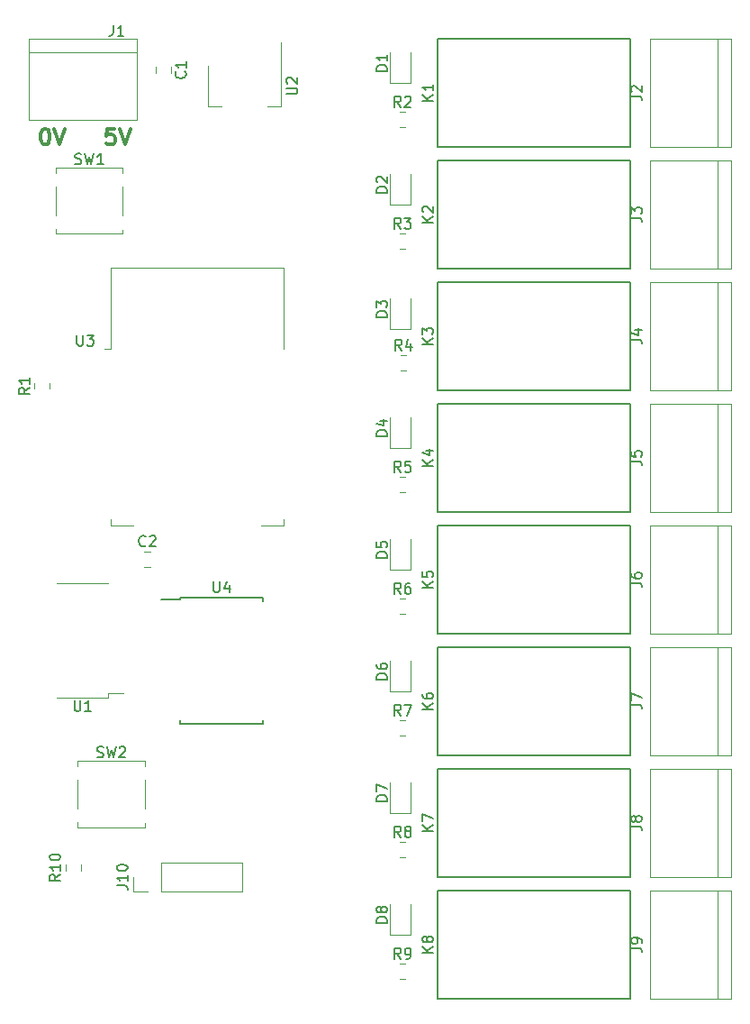
<source format=gbr>
G04 #@! TF.GenerationSoftware,KiCad,Pcbnew,5.0.0-fee4fd1~66~ubuntu16.04.1*
G04 #@! TF.CreationDate,2018-10-04T10:54:54+02:00*
G04 #@! TF.ProjectId,8Relays,3852656C6179732E6B696361645F7063,rev?*
G04 #@! TF.SameCoordinates,Original*
G04 #@! TF.FileFunction,Legend,Top*
G04 #@! TF.FilePolarity,Positive*
%FSLAX46Y46*%
G04 Gerber Fmt 4.6, Leading zero omitted, Abs format (unit mm)*
G04 Created by KiCad (PCBNEW 5.0.0-fee4fd1~66~ubuntu16.04.1) date Thu Oct  4 10:54:54 2018*
%MOMM*%
%LPD*%
G01*
G04 APERTURE LIST*
%ADD10C,0.300000*%
%ADD11C,0.150000*%
%ADD12C,0.120000*%
G04 APERTURE END LIST*
D10*
X134214285Y-54178571D02*
X134357142Y-54178571D01*
X134500000Y-54250000D01*
X134571428Y-54321428D01*
X134642857Y-54464285D01*
X134714285Y-54750000D01*
X134714285Y-55107142D01*
X134642857Y-55392857D01*
X134571428Y-55535714D01*
X134500000Y-55607142D01*
X134357142Y-55678571D01*
X134214285Y-55678571D01*
X134071428Y-55607142D01*
X134000000Y-55535714D01*
X133928571Y-55392857D01*
X133857142Y-55107142D01*
X133857142Y-54750000D01*
X133928571Y-54464285D01*
X134000000Y-54321428D01*
X134071428Y-54250000D01*
X134214285Y-54178571D01*
X135142857Y-54178571D02*
X135642857Y-55678571D01*
X136142857Y-54178571D01*
X140785714Y-54178571D02*
X140071428Y-54178571D01*
X140000000Y-54892857D01*
X140071428Y-54821428D01*
X140214285Y-54750000D01*
X140571428Y-54750000D01*
X140714285Y-54821428D01*
X140785714Y-54892857D01*
X140857142Y-55035714D01*
X140857142Y-55392857D01*
X140785714Y-55535714D01*
X140714285Y-55607142D01*
X140571428Y-55678571D01*
X140214285Y-55678571D01*
X140071428Y-55607142D01*
X140000000Y-55535714D01*
X141285714Y-54178571D02*
X141785714Y-55678571D01*
X142285714Y-54178571D01*
D11*
G04 #@! TO.C,K7*
X171140000Y-114280000D02*
X189340000Y-114280000D01*
X189340000Y-114280000D02*
X189340000Y-124480000D01*
X189340000Y-124480000D02*
X171140000Y-124480000D01*
X171140000Y-124480000D02*
X171140000Y-114280000D01*
D12*
G04 #@! TO.C,U1*
X140195000Y-107635000D02*
X140195000Y-107235000D01*
X140195000Y-107235000D02*
X141595000Y-107235000D01*
X140195000Y-107635000D02*
X135395000Y-107635000D01*
X140195000Y-96835000D02*
X135395000Y-96835000D01*
G04 #@! TO.C,D1*
X166680000Y-47015000D02*
X166680000Y-49875000D01*
X166680000Y-49875000D02*
X168600000Y-49875000D01*
X168600000Y-49875000D02*
X168600000Y-47015000D01*
G04 #@! TO.C,D2*
X168600000Y-61305000D02*
X168600000Y-58445000D01*
X166680000Y-61305000D02*
X168600000Y-61305000D01*
X166680000Y-58445000D02*
X166680000Y-61305000D01*
G04 #@! TO.C,D3*
X168600000Y-72980000D02*
X168600000Y-70120000D01*
X166680000Y-72980000D02*
X168600000Y-72980000D01*
X166680000Y-70120000D02*
X166680000Y-72980000D01*
G04 #@! TO.C,D4*
X166680000Y-81305000D02*
X166680000Y-84165000D01*
X166680000Y-84165000D02*
X168600000Y-84165000D01*
X168600000Y-84165000D02*
X168600000Y-81305000D01*
G04 #@! TO.C,D5*
X168600000Y-95595000D02*
X168600000Y-92735000D01*
X166680000Y-95595000D02*
X168600000Y-95595000D01*
X166680000Y-92735000D02*
X166680000Y-95595000D01*
G04 #@! TO.C,D6*
X166680000Y-104165000D02*
X166680000Y-107025000D01*
X166680000Y-107025000D02*
X168600000Y-107025000D01*
X168600000Y-107025000D02*
X168600000Y-104165000D01*
G04 #@! TO.C,D7*
X168600000Y-118455000D02*
X168600000Y-115595000D01*
X166680000Y-118455000D02*
X168600000Y-118455000D01*
X166680000Y-115595000D02*
X166680000Y-118455000D01*
G04 #@! TO.C,D8*
X166680000Y-127025000D02*
X166680000Y-129885000D01*
X166680000Y-129885000D02*
X168600000Y-129885000D01*
X168600000Y-129885000D02*
X168600000Y-127025000D01*
G04 #@! TO.C,J1*
X132715000Y-46990000D02*
X142875000Y-46990000D01*
X132715000Y-45720000D02*
X132715000Y-53340000D01*
X132715000Y-53340000D02*
X142875000Y-53340000D01*
X142875000Y-53340000D02*
X142875000Y-45720000D01*
X142875000Y-45720000D02*
X132715000Y-45720000D01*
G04 #@! TO.C,J2*
X197540000Y-45720000D02*
X197540000Y-55880000D01*
X198810000Y-45720000D02*
X191190000Y-45720000D01*
X191190000Y-45720000D02*
X191190000Y-55880000D01*
X191190000Y-55880000D02*
X198810000Y-55880000D01*
X198810000Y-55880000D02*
X198810000Y-45720000D01*
G04 #@! TO.C,J3*
X198810000Y-67310000D02*
X198810000Y-57150000D01*
X191190000Y-67310000D02*
X198810000Y-67310000D01*
X191190000Y-57150000D02*
X191190000Y-67310000D01*
X198810000Y-57150000D02*
X191190000Y-57150000D01*
X197540000Y-57150000D02*
X197540000Y-67310000D01*
G04 #@! TO.C,J4*
X197540000Y-68580000D02*
X197540000Y-78740000D01*
X198810000Y-68580000D02*
X191190000Y-68580000D01*
X191190000Y-68580000D02*
X191190000Y-78740000D01*
X191190000Y-78740000D02*
X198810000Y-78740000D01*
X198810000Y-78740000D02*
X198810000Y-68580000D01*
G04 #@! TO.C,J5*
X198810000Y-90170000D02*
X198810000Y-80010000D01*
X191190000Y-90170000D02*
X198810000Y-90170000D01*
X191190000Y-80010000D02*
X191190000Y-90170000D01*
X198810000Y-80010000D02*
X191190000Y-80010000D01*
X197540000Y-80010000D02*
X197540000Y-90170000D01*
G04 #@! TO.C,J6*
X197540000Y-91440000D02*
X197540000Y-101600000D01*
X198810000Y-91440000D02*
X191190000Y-91440000D01*
X191190000Y-91440000D02*
X191190000Y-101600000D01*
X191190000Y-101600000D02*
X198810000Y-101600000D01*
X198810000Y-101600000D02*
X198810000Y-91440000D01*
G04 #@! TO.C,J7*
X198810000Y-113030000D02*
X198810000Y-102870000D01*
X191190000Y-113030000D02*
X198810000Y-113030000D01*
X191190000Y-102870000D02*
X191190000Y-113030000D01*
X198810000Y-102870000D02*
X191190000Y-102870000D01*
X197540000Y-102870000D02*
X197540000Y-113030000D01*
G04 #@! TO.C,J8*
X197540000Y-114300000D02*
X197540000Y-124460000D01*
X198810000Y-114300000D02*
X191190000Y-114300000D01*
X191190000Y-114300000D02*
X191190000Y-124460000D01*
X191190000Y-124460000D02*
X198810000Y-124460000D01*
X198810000Y-124460000D02*
X198810000Y-114300000D01*
G04 #@! TO.C,J9*
X198810000Y-135890000D02*
X198810000Y-125730000D01*
X191190000Y-135890000D02*
X198810000Y-135890000D01*
X191190000Y-125730000D02*
X191190000Y-135890000D01*
X198810000Y-125730000D02*
X191190000Y-125730000D01*
X197540000Y-125730000D02*
X197540000Y-135890000D01*
D11*
G04 #@! TO.C,K1*
X171140000Y-55900000D02*
X171140000Y-45700000D01*
X189340000Y-55900000D02*
X171140000Y-55900000D01*
X189340000Y-45700000D02*
X189340000Y-55900000D01*
X171140000Y-45700000D02*
X189340000Y-45700000D01*
G04 #@! TO.C,K2*
X171140000Y-57130000D02*
X189340000Y-57130000D01*
X189340000Y-57130000D02*
X189340000Y-67330000D01*
X189340000Y-67330000D02*
X171140000Y-67330000D01*
X171140000Y-67330000D02*
X171140000Y-57130000D01*
G04 #@! TO.C,K3*
X171140000Y-78760000D02*
X171140000Y-68560000D01*
X189340000Y-78760000D02*
X171140000Y-78760000D01*
X189340000Y-68560000D02*
X189340000Y-78760000D01*
X171140000Y-68560000D02*
X189340000Y-68560000D01*
G04 #@! TO.C,K4*
X171140000Y-79990000D02*
X189340000Y-79990000D01*
X189340000Y-79990000D02*
X189340000Y-90190000D01*
X189340000Y-90190000D02*
X171140000Y-90190000D01*
X171140000Y-90190000D02*
X171140000Y-79990000D01*
G04 #@! TO.C,K5*
X171140000Y-91420000D02*
X189340000Y-91420000D01*
X189340000Y-91420000D02*
X189340000Y-101620000D01*
X189340000Y-101620000D02*
X171140000Y-101620000D01*
X171140000Y-101620000D02*
X171140000Y-91420000D01*
G04 #@! TO.C,K6*
X171140000Y-113050000D02*
X171140000Y-102850000D01*
X189340000Y-113050000D02*
X171140000Y-113050000D01*
X189340000Y-102850000D02*
X189340000Y-113050000D01*
X171140000Y-102850000D02*
X189340000Y-102850000D01*
G04 #@! TO.C,K8*
X171140000Y-135910000D02*
X171140000Y-125710000D01*
X189340000Y-135910000D02*
X171140000Y-135910000D01*
X189340000Y-125710000D02*
X189340000Y-135910000D01*
X171140000Y-125710000D02*
X189340000Y-125710000D01*
D12*
G04 #@! TO.C,R1*
X134695000Y-78611252D02*
X134695000Y-78088748D01*
X133275000Y-78611252D02*
X133275000Y-78088748D01*
G04 #@! TO.C,R2*
X167623748Y-54050000D02*
X168146252Y-54050000D01*
X167623748Y-52630000D02*
X168146252Y-52630000D01*
G04 #@! TO.C,R3*
X167623748Y-64060000D02*
X168146252Y-64060000D01*
X167623748Y-65480000D02*
X168146252Y-65480000D01*
G04 #@! TO.C,R4*
X167713748Y-75490000D02*
X168236252Y-75490000D01*
X167713748Y-76910000D02*
X168236252Y-76910000D01*
G04 #@! TO.C,R5*
X167623748Y-88340000D02*
X168146252Y-88340000D01*
X167623748Y-86920000D02*
X168146252Y-86920000D01*
G04 #@! TO.C,R6*
X167623748Y-98350000D02*
X168146252Y-98350000D01*
X167623748Y-99770000D02*
X168146252Y-99770000D01*
G04 #@! TO.C,R7*
X167623748Y-109780000D02*
X168146252Y-109780000D01*
X167623748Y-111200000D02*
X168146252Y-111200000D01*
G04 #@! TO.C,R8*
X167623748Y-122630000D02*
X168146252Y-122630000D01*
X167623748Y-121210000D02*
X168146252Y-121210000D01*
G04 #@! TO.C,R9*
X167623748Y-132640000D02*
X168146252Y-132640000D01*
X167623748Y-134060000D02*
X168146252Y-134060000D01*
G04 #@! TO.C,SW1*
X135280000Y-63610000D02*
X135280000Y-64060000D01*
X135280000Y-64060000D02*
X141580000Y-64060000D01*
X141580000Y-64060000D02*
X141580000Y-63660000D01*
X135280000Y-62310000D02*
X135280000Y-59610000D01*
X141580000Y-59610000D02*
X141580000Y-62310000D01*
X135280000Y-57860000D02*
X141580000Y-57860000D01*
X141580000Y-57860000D02*
X141580000Y-58310000D01*
X135280000Y-58310000D02*
X135280000Y-57860000D01*
G04 #@! TO.C,U2*
X149625000Y-52075000D02*
X150885000Y-52075000D01*
X156445000Y-52075000D02*
X155185000Y-52075000D01*
X149625000Y-48315000D02*
X149625000Y-52075000D01*
X156445000Y-46065000D02*
X156445000Y-52075000D01*
G04 #@! TO.C,U3*
X140470000Y-67255000D02*
X156710000Y-67255000D01*
X156710000Y-67255000D02*
X156710000Y-74875000D01*
X156710000Y-90875000D02*
X156710000Y-91495000D01*
X156710000Y-91495000D02*
X154590000Y-91495000D01*
X142590000Y-91495000D02*
X140470000Y-91495000D01*
X140470000Y-91495000D02*
X140470000Y-90875000D01*
X140470000Y-74875000D02*
X140470000Y-67255000D01*
X140470000Y-74875000D02*
X139860000Y-74875000D01*
D11*
G04 #@! TO.C,U4*
X147000000Y-98190000D02*
X147000000Y-98440000D01*
X154750000Y-98190000D02*
X154750000Y-98535000D01*
X154750000Y-110090000D02*
X154750000Y-109745000D01*
X147000000Y-110090000D02*
X147000000Y-109745000D01*
X147000000Y-98190000D02*
X154750000Y-98190000D01*
X147000000Y-110090000D02*
X154750000Y-110090000D01*
X147000000Y-98440000D02*
X145175000Y-98440000D01*
D12*
G04 #@! TO.C,C1*
X146125000Y-48388748D02*
X146125000Y-48911252D01*
X144705000Y-48388748D02*
X144705000Y-48911252D01*
G04 #@! TO.C,C2*
X143620748Y-95325000D02*
X144143252Y-95325000D01*
X143620748Y-93905000D02*
X144143252Y-93905000D01*
G04 #@! TO.C,J10*
X152841000Y-125790000D02*
X152841000Y-123130000D01*
X145161000Y-125790000D02*
X152841000Y-125790000D01*
X145161000Y-123130000D02*
X152841000Y-123130000D01*
X145161000Y-125790000D02*
X145161000Y-123130000D01*
X143891000Y-125790000D02*
X142561000Y-125790000D01*
X142561000Y-125790000D02*
X142561000Y-124460000D01*
G04 #@! TO.C,R10*
X136196000Y-123841252D02*
X136196000Y-123318748D01*
X137616000Y-123841252D02*
X137616000Y-123318748D01*
G04 #@! TO.C,SW2*
X137353000Y-119331000D02*
X137353000Y-119781000D01*
X137353000Y-119781000D02*
X143653000Y-119781000D01*
X143653000Y-119781000D02*
X143653000Y-119381000D01*
X137353000Y-118031000D02*
X137353000Y-115331000D01*
X143653000Y-115331000D02*
X143653000Y-118031000D01*
X137353000Y-113581000D02*
X143653000Y-113581000D01*
X143653000Y-113581000D02*
X143653000Y-114031000D01*
X137353000Y-114031000D02*
X137353000Y-113581000D01*
G04 #@! TO.C,K7*
D11*
X170759380Y-120118095D02*
X169759380Y-120118095D01*
X170759380Y-119546666D02*
X170187952Y-119975238D01*
X169759380Y-119546666D02*
X170330809Y-120118095D01*
X169759380Y-119213333D02*
X169759380Y-118546666D01*
X170759380Y-118975238D01*
G04 #@! TO.C,U1*
X137033095Y-107887380D02*
X137033095Y-108696904D01*
X137080714Y-108792142D01*
X137128333Y-108839761D01*
X137223571Y-108887380D01*
X137414047Y-108887380D01*
X137509285Y-108839761D01*
X137556904Y-108792142D01*
X137604523Y-108696904D01*
X137604523Y-107887380D01*
X138604523Y-108887380D02*
X138033095Y-108887380D01*
X138318809Y-108887380D02*
X138318809Y-107887380D01*
X138223571Y-108030238D01*
X138128333Y-108125476D01*
X138033095Y-108173095D01*
G04 #@! TO.C,D1*
X166442380Y-48753095D02*
X165442380Y-48753095D01*
X165442380Y-48515000D01*
X165490000Y-48372142D01*
X165585238Y-48276904D01*
X165680476Y-48229285D01*
X165870952Y-48181666D01*
X166013809Y-48181666D01*
X166204285Y-48229285D01*
X166299523Y-48276904D01*
X166394761Y-48372142D01*
X166442380Y-48515000D01*
X166442380Y-48753095D01*
X166442380Y-47229285D02*
X166442380Y-47800714D01*
X166442380Y-47515000D02*
X165442380Y-47515000D01*
X165585238Y-47610238D01*
X165680476Y-47705476D01*
X165728095Y-47800714D01*
G04 #@! TO.C,D2*
X166442380Y-60183095D02*
X165442380Y-60183095D01*
X165442380Y-59945000D01*
X165490000Y-59802142D01*
X165585238Y-59706904D01*
X165680476Y-59659285D01*
X165870952Y-59611666D01*
X166013809Y-59611666D01*
X166204285Y-59659285D01*
X166299523Y-59706904D01*
X166394761Y-59802142D01*
X166442380Y-59945000D01*
X166442380Y-60183095D01*
X165537619Y-59230714D02*
X165490000Y-59183095D01*
X165442380Y-59087857D01*
X165442380Y-58849761D01*
X165490000Y-58754523D01*
X165537619Y-58706904D01*
X165632857Y-58659285D01*
X165728095Y-58659285D01*
X165870952Y-58706904D01*
X166442380Y-59278333D01*
X166442380Y-58659285D01*
G04 #@! TO.C,D3*
X166442380Y-71858095D02*
X165442380Y-71858095D01*
X165442380Y-71620000D01*
X165490000Y-71477142D01*
X165585238Y-71381904D01*
X165680476Y-71334285D01*
X165870952Y-71286666D01*
X166013809Y-71286666D01*
X166204285Y-71334285D01*
X166299523Y-71381904D01*
X166394761Y-71477142D01*
X166442380Y-71620000D01*
X166442380Y-71858095D01*
X165442380Y-70953333D02*
X165442380Y-70334285D01*
X165823333Y-70667619D01*
X165823333Y-70524761D01*
X165870952Y-70429523D01*
X165918571Y-70381904D01*
X166013809Y-70334285D01*
X166251904Y-70334285D01*
X166347142Y-70381904D01*
X166394761Y-70429523D01*
X166442380Y-70524761D01*
X166442380Y-70810476D01*
X166394761Y-70905714D01*
X166347142Y-70953333D01*
G04 #@! TO.C,D4*
X166442380Y-83043095D02*
X165442380Y-83043095D01*
X165442380Y-82805000D01*
X165490000Y-82662142D01*
X165585238Y-82566904D01*
X165680476Y-82519285D01*
X165870952Y-82471666D01*
X166013809Y-82471666D01*
X166204285Y-82519285D01*
X166299523Y-82566904D01*
X166394761Y-82662142D01*
X166442380Y-82805000D01*
X166442380Y-83043095D01*
X165775714Y-81614523D02*
X166442380Y-81614523D01*
X165394761Y-81852619D02*
X166109047Y-82090714D01*
X166109047Y-81471666D01*
G04 #@! TO.C,D5*
X166442380Y-94473095D02*
X165442380Y-94473095D01*
X165442380Y-94235000D01*
X165490000Y-94092142D01*
X165585238Y-93996904D01*
X165680476Y-93949285D01*
X165870952Y-93901666D01*
X166013809Y-93901666D01*
X166204285Y-93949285D01*
X166299523Y-93996904D01*
X166394761Y-94092142D01*
X166442380Y-94235000D01*
X166442380Y-94473095D01*
X165442380Y-92996904D02*
X165442380Y-93473095D01*
X165918571Y-93520714D01*
X165870952Y-93473095D01*
X165823333Y-93377857D01*
X165823333Y-93139761D01*
X165870952Y-93044523D01*
X165918571Y-92996904D01*
X166013809Y-92949285D01*
X166251904Y-92949285D01*
X166347142Y-92996904D01*
X166394761Y-93044523D01*
X166442380Y-93139761D01*
X166442380Y-93377857D01*
X166394761Y-93473095D01*
X166347142Y-93520714D01*
G04 #@! TO.C,D6*
X166442380Y-105903095D02*
X165442380Y-105903095D01*
X165442380Y-105665000D01*
X165490000Y-105522142D01*
X165585238Y-105426904D01*
X165680476Y-105379285D01*
X165870952Y-105331666D01*
X166013809Y-105331666D01*
X166204285Y-105379285D01*
X166299523Y-105426904D01*
X166394761Y-105522142D01*
X166442380Y-105665000D01*
X166442380Y-105903095D01*
X165442380Y-104474523D02*
X165442380Y-104665000D01*
X165490000Y-104760238D01*
X165537619Y-104807857D01*
X165680476Y-104903095D01*
X165870952Y-104950714D01*
X166251904Y-104950714D01*
X166347142Y-104903095D01*
X166394761Y-104855476D01*
X166442380Y-104760238D01*
X166442380Y-104569761D01*
X166394761Y-104474523D01*
X166347142Y-104426904D01*
X166251904Y-104379285D01*
X166013809Y-104379285D01*
X165918571Y-104426904D01*
X165870952Y-104474523D01*
X165823333Y-104569761D01*
X165823333Y-104760238D01*
X165870952Y-104855476D01*
X165918571Y-104903095D01*
X166013809Y-104950714D01*
G04 #@! TO.C,D7*
X166442380Y-117333095D02*
X165442380Y-117333095D01*
X165442380Y-117095000D01*
X165490000Y-116952142D01*
X165585238Y-116856904D01*
X165680476Y-116809285D01*
X165870952Y-116761666D01*
X166013809Y-116761666D01*
X166204285Y-116809285D01*
X166299523Y-116856904D01*
X166394761Y-116952142D01*
X166442380Y-117095000D01*
X166442380Y-117333095D01*
X165442380Y-116428333D02*
X165442380Y-115761666D01*
X166442380Y-116190238D01*
G04 #@! TO.C,D8*
X166442380Y-128763095D02*
X165442380Y-128763095D01*
X165442380Y-128525000D01*
X165490000Y-128382142D01*
X165585238Y-128286904D01*
X165680476Y-128239285D01*
X165870952Y-128191666D01*
X166013809Y-128191666D01*
X166204285Y-128239285D01*
X166299523Y-128286904D01*
X166394761Y-128382142D01*
X166442380Y-128525000D01*
X166442380Y-128763095D01*
X165870952Y-127620238D02*
X165823333Y-127715476D01*
X165775714Y-127763095D01*
X165680476Y-127810714D01*
X165632857Y-127810714D01*
X165537619Y-127763095D01*
X165490000Y-127715476D01*
X165442380Y-127620238D01*
X165442380Y-127429761D01*
X165490000Y-127334523D01*
X165537619Y-127286904D01*
X165632857Y-127239285D01*
X165680476Y-127239285D01*
X165775714Y-127286904D01*
X165823333Y-127334523D01*
X165870952Y-127429761D01*
X165870952Y-127620238D01*
X165918571Y-127715476D01*
X165966190Y-127763095D01*
X166061428Y-127810714D01*
X166251904Y-127810714D01*
X166347142Y-127763095D01*
X166394761Y-127715476D01*
X166442380Y-127620238D01*
X166442380Y-127429761D01*
X166394761Y-127334523D01*
X166347142Y-127286904D01*
X166251904Y-127239285D01*
X166061428Y-127239285D01*
X165966190Y-127286904D01*
X165918571Y-127334523D01*
X165870952Y-127429761D01*
G04 #@! TO.C,J1*
X140666666Y-44452380D02*
X140666666Y-45166666D01*
X140619047Y-45309523D01*
X140523809Y-45404761D01*
X140380952Y-45452380D01*
X140285714Y-45452380D01*
X141666666Y-45452380D02*
X141095238Y-45452380D01*
X141380952Y-45452380D02*
X141380952Y-44452380D01*
X141285714Y-44595238D01*
X141190476Y-44690476D01*
X141095238Y-44738095D01*
G04 #@! TO.C,J2*
X189372380Y-51133333D02*
X190086666Y-51133333D01*
X190229523Y-51180952D01*
X190324761Y-51276190D01*
X190372380Y-51419047D01*
X190372380Y-51514285D01*
X189467619Y-50704761D02*
X189420000Y-50657142D01*
X189372380Y-50561904D01*
X189372380Y-50323809D01*
X189420000Y-50228571D01*
X189467619Y-50180952D01*
X189562857Y-50133333D01*
X189658095Y-50133333D01*
X189800952Y-50180952D01*
X190372380Y-50752380D01*
X190372380Y-50133333D01*
G04 #@! TO.C,J3*
X189372380Y-62563333D02*
X190086666Y-62563333D01*
X190229523Y-62610952D01*
X190324761Y-62706190D01*
X190372380Y-62849047D01*
X190372380Y-62944285D01*
X189372380Y-62182380D02*
X189372380Y-61563333D01*
X189753333Y-61896666D01*
X189753333Y-61753809D01*
X189800952Y-61658571D01*
X189848571Y-61610952D01*
X189943809Y-61563333D01*
X190181904Y-61563333D01*
X190277142Y-61610952D01*
X190324761Y-61658571D01*
X190372380Y-61753809D01*
X190372380Y-62039523D01*
X190324761Y-62134761D01*
X190277142Y-62182380D01*
G04 #@! TO.C,J4*
X189372380Y-73993333D02*
X190086666Y-73993333D01*
X190229523Y-74040952D01*
X190324761Y-74136190D01*
X190372380Y-74279047D01*
X190372380Y-74374285D01*
X189705714Y-73088571D02*
X190372380Y-73088571D01*
X189324761Y-73326666D02*
X190039047Y-73564761D01*
X190039047Y-72945714D01*
G04 #@! TO.C,J5*
X189372380Y-85423333D02*
X190086666Y-85423333D01*
X190229523Y-85470952D01*
X190324761Y-85566190D01*
X190372380Y-85709047D01*
X190372380Y-85804285D01*
X189372380Y-84470952D02*
X189372380Y-84947142D01*
X189848571Y-84994761D01*
X189800952Y-84947142D01*
X189753333Y-84851904D01*
X189753333Y-84613809D01*
X189800952Y-84518571D01*
X189848571Y-84470952D01*
X189943809Y-84423333D01*
X190181904Y-84423333D01*
X190277142Y-84470952D01*
X190324761Y-84518571D01*
X190372380Y-84613809D01*
X190372380Y-84851904D01*
X190324761Y-84947142D01*
X190277142Y-84994761D01*
G04 #@! TO.C,J6*
X189372380Y-96853333D02*
X190086666Y-96853333D01*
X190229523Y-96900952D01*
X190324761Y-96996190D01*
X190372380Y-97139047D01*
X190372380Y-97234285D01*
X189372380Y-95948571D02*
X189372380Y-96139047D01*
X189420000Y-96234285D01*
X189467619Y-96281904D01*
X189610476Y-96377142D01*
X189800952Y-96424761D01*
X190181904Y-96424761D01*
X190277142Y-96377142D01*
X190324761Y-96329523D01*
X190372380Y-96234285D01*
X190372380Y-96043809D01*
X190324761Y-95948571D01*
X190277142Y-95900952D01*
X190181904Y-95853333D01*
X189943809Y-95853333D01*
X189848571Y-95900952D01*
X189800952Y-95948571D01*
X189753333Y-96043809D01*
X189753333Y-96234285D01*
X189800952Y-96329523D01*
X189848571Y-96377142D01*
X189943809Y-96424761D01*
G04 #@! TO.C,J7*
X189372380Y-108283333D02*
X190086666Y-108283333D01*
X190229523Y-108330952D01*
X190324761Y-108426190D01*
X190372380Y-108569047D01*
X190372380Y-108664285D01*
X189372380Y-107902380D02*
X189372380Y-107235714D01*
X190372380Y-107664285D01*
G04 #@! TO.C,J8*
X189372380Y-119713333D02*
X190086666Y-119713333D01*
X190229523Y-119760952D01*
X190324761Y-119856190D01*
X190372380Y-119999047D01*
X190372380Y-120094285D01*
X189800952Y-119094285D02*
X189753333Y-119189523D01*
X189705714Y-119237142D01*
X189610476Y-119284761D01*
X189562857Y-119284761D01*
X189467619Y-119237142D01*
X189420000Y-119189523D01*
X189372380Y-119094285D01*
X189372380Y-118903809D01*
X189420000Y-118808571D01*
X189467619Y-118760952D01*
X189562857Y-118713333D01*
X189610476Y-118713333D01*
X189705714Y-118760952D01*
X189753333Y-118808571D01*
X189800952Y-118903809D01*
X189800952Y-119094285D01*
X189848571Y-119189523D01*
X189896190Y-119237142D01*
X189991428Y-119284761D01*
X190181904Y-119284761D01*
X190277142Y-119237142D01*
X190324761Y-119189523D01*
X190372380Y-119094285D01*
X190372380Y-118903809D01*
X190324761Y-118808571D01*
X190277142Y-118760952D01*
X190181904Y-118713333D01*
X189991428Y-118713333D01*
X189896190Y-118760952D01*
X189848571Y-118808571D01*
X189800952Y-118903809D01*
G04 #@! TO.C,J9*
X189372380Y-131143333D02*
X190086666Y-131143333D01*
X190229523Y-131190952D01*
X190324761Y-131286190D01*
X190372380Y-131429047D01*
X190372380Y-131524285D01*
X190372380Y-130619523D02*
X190372380Y-130429047D01*
X190324761Y-130333809D01*
X190277142Y-130286190D01*
X190134285Y-130190952D01*
X189943809Y-130143333D01*
X189562857Y-130143333D01*
X189467619Y-130190952D01*
X189420000Y-130238571D01*
X189372380Y-130333809D01*
X189372380Y-130524285D01*
X189420000Y-130619523D01*
X189467619Y-130667142D01*
X189562857Y-130714761D01*
X189800952Y-130714761D01*
X189896190Y-130667142D01*
X189943809Y-130619523D01*
X189991428Y-130524285D01*
X189991428Y-130333809D01*
X189943809Y-130238571D01*
X189896190Y-130190952D01*
X189800952Y-130143333D01*
G04 #@! TO.C,K1*
X170759380Y-51538095D02*
X169759380Y-51538095D01*
X170759380Y-50966666D02*
X170187952Y-51395238D01*
X169759380Y-50966666D02*
X170330809Y-51538095D01*
X170759380Y-50014285D02*
X170759380Y-50585714D01*
X170759380Y-50300000D02*
X169759380Y-50300000D01*
X169902238Y-50395238D01*
X169997476Y-50490476D01*
X170045095Y-50585714D01*
G04 #@! TO.C,K2*
X170759380Y-62968095D02*
X169759380Y-62968095D01*
X170759380Y-62396666D02*
X170187952Y-62825238D01*
X169759380Y-62396666D02*
X170330809Y-62968095D01*
X169854619Y-62015714D02*
X169807000Y-61968095D01*
X169759380Y-61872857D01*
X169759380Y-61634761D01*
X169807000Y-61539523D01*
X169854619Y-61491904D01*
X169949857Y-61444285D01*
X170045095Y-61444285D01*
X170187952Y-61491904D01*
X170759380Y-62063333D01*
X170759380Y-61444285D01*
G04 #@! TO.C,K3*
X170759380Y-74398095D02*
X169759380Y-74398095D01*
X170759380Y-73826666D02*
X170187952Y-74255238D01*
X169759380Y-73826666D02*
X170330809Y-74398095D01*
X169759380Y-73493333D02*
X169759380Y-72874285D01*
X170140333Y-73207619D01*
X170140333Y-73064761D01*
X170187952Y-72969523D01*
X170235571Y-72921904D01*
X170330809Y-72874285D01*
X170568904Y-72874285D01*
X170664142Y-72921904D01*
X170711761Y-72969523D01*
X170759380Y-73064761D01*
X170759380Y-73350476D01*
X170711761Y-73445714D01*
X170664142Y-73493333D01*
G04 #@! TO.C,K4*
X170759380Y-85828095D02*
X169759380Y-85828095D01*
X170759380Y-85256666D02*
X170187952Y-85685238D01*
X169759380Y-85256666D02*
X170330809Y-85828095D01*
X170092714Y-84399523D02*
X170759380Y-84399523D01*
X169711761Y-84637619D02*
X170426047Y-84875714D01*
X170426047Y-84256666D01*
G04 #@! TO.C,K5*
X170759380Y-97258095D02*
X169759380Y-97258095D01*
X170759380Y-96686666D02*
X170187952Y-97115238D01*
X169759380Y-96686666D02*
X170330809Y-97258095D01*
X169759380Y-95781904D02*
X169759380Y-96258095D01*
X170235571Y-96305714D01*
X170187952Y-96258095D01*
X170140333Y-96162857D01*
X170140333Y-95924761D01*
X170187952Y-95829523D01*
X170235571Y-95781904D01*
X170330809Y-95734285D01*
X170568904Y-95734285D01*
X170664142Y-95781904D01*
X170711761Y-95829523D01*
X170759380Y-95924761D01*
X170759380Y-96162857D01*
X170711761Y-96258095D01*
X170664142Y-96305714D01*
G04 #@! TO.C,K6*
X170759380Y-108688095D02*
X169759380Y-108688095D01*
X170759380Y-108116666D02*
X170187952Y-108545238D01*
X169759380Y-108116666D02*
X170330809Y-108688095D01*
X169759380Y-107259523D02*
X169759380Y-107450000D01*
X169807000Y-107545238D01*
X169854619Y-107592857D01*
X169997476Y-107688095D01*
X170187952Y-107735714D01*
X170568904Y-107735714D01*
X170664142Y-107688095D01*
X170711761Y-107640476D01*
X170759380Y-107545238D01*
X170759380Y-107354761D01*
X170711761Y-107259523D01*
X170664142Y-107211904D01*
X170568904Y-107164285D01*
X170330809Y-107164285D01*
X170235571Y-107211904D01*
X170187952Y-107259523D01*
X170140333Y-107354761D01*
X170140333Y-107545238D01*
X170187952Y-107640476D01*
X170235571Y-107688095D01*
X170330809Y-107735714D01*
G04 #@! TO.C,K8*
X170759380Y-131548095D02*
X169759380Y-131548095D01*
X170759380Y-130976666D02*
X170187952Y-131405238D01*
X169759380Y-130976666D02*
X170330809Y-131548095D01*
X170187952Y-130405238D02*
X170140333Y-130500476D01*
X170092714Y-130548095D01*
X169997476Y-130595714D01*
X169949857Y-130595714D01*
X169854619Y-130548095D01*
X169807000Y-130500476D01*
X169759380Y-130405238D01*
X169759380Y-130214761D01*
X169807000Y-130119523D01*
X169854619Y-130071904D01*
X169949857Y-130024285D01*
X169997476Y-130024285D01*
X170092714Y-130071904D01*
X170140333Y-130119523D01*
X170187952Y-130214761D01*
X170187952Y-130405238D01*
X170235571Y-130500476D01*
X170283190Y-130548095D01*
X170378428Y-130595714D01*
X170568904Y-130595714D01*
X170664142Y-130548095D01*
X170711761Y-130500476D01*
X170759380Y-130405238D01*
X170759380Y-130214761D01*
X170711761Y-130119523D01*
X170664142Y-130071904D01*
X170568904Y-130024285D01*
X170378428Y-130024285D01*
X170283190Y-130071904D01*
X170235571Y-130119523D01*
X170187952Y-130214761D01*
G04 #@! TO.C,R1*
X132787380Y-78516666D02*
X132311190Y-78850000D01*
X132787380Y-79088095D02*
X131787380Y-79088095D01*
X131787380Y-78707142D01*
X131835000Y-78611904D01*
X131882619Y-78564285D01*
X131977857Y-78516666D01*
X132120714Y-78516666D01*
X132215952Y-78564285D01*
X132263571Y-78611904D01*
X132311190Y-78707142D01*
X132311190Y-79088095D01*
X132787380Y-77564285D02*
X132787380Y-78135714D01*
X132787380Y-77850000D02*
X131787380Y-77850000D01*
X131930238Y-77945238D01*
X132025476Y-78040476D01*
X132073095Y-78135714D01*
G04 #@! TO.C,R2*
X167718333Y-52142380D02*
X167385000Y-51666190D01*
X167146904Y-52142380D02*
X167146904Y-51142380D01*
X167527857Y-51142380D01*
X167623095Y-51190000D01*
X167670714Y-51237619D01*
X167718333Y-51332857D01*
X167718333Y-51475714D01*
X167670714Y-51570952D01*
X167623095Y-51618571D01*
X167527857Y-51666190D01*
X167146904Y-51666190D01*
X168099285Y-51237619D02*
X168146904Y-51190000D01*
X168242142Y-51142380D01*
X168480238Y-51142380D01*
X168575476Y-51190000D01*
X168623095Y-51237619D01*
X168670714Y-51332857D01*
X168670714Y-51428095D01*
X168623095Y-51570952D01*
X168051666Y-52142380D01*
X168670714Y-52142380D01*
G04 #@! TO.C,R3*
X167718333Y-63572380D02*
X167385000Y-63096190D01*
X167146904Y-63572380D02*
X167146904Y-62572380D01*
X167527857Y-62572380D01*
X167623095Y-62620000D01*
X167670714Y-62667619D01*
X167718333Y-62762857D01*
X167718333Y-62905714D01*
X167670714Y-63000952D01*
X167623095Y-63048571D01*
X167527857Y-63096190D01*
X167146904Y-63096190D01*
X168051666Y-62572380D02*
X168670714Y-62572380D01*
X168337380Y-62953333D01*
X168480238Y-62953333D01*
X168575476Y-63000952D01*
X168623095Y-63048571D01*
X168670714Y-63143809D01*
X168670714Y-63381904D01*
X168623095Y-63477142D01*
X168575476Y-63524761D01*
X168480238Y-63572380D01*
X168194523Y-63572380D01*
X168099285Y-63524761D01*
X168051666Y-63477142D01*
G04 #@! TO.C,R4*
X167808333Y-75002380D02*
X167475000Y-74526190D01*
X167236904Y-75002380D02*
X167236904Y-74002380D01*
X167617857Y-74002380D01*
X167713095Y-74050000D01*
X167760714Y-74097619D01*
X167808333Y-74192857D01*
X167808333Y-74335714D01*
X167760714Y-74430952D01*
X167713095Y-74478571D01*
X167617857Y-74526190D01*
X167236904Y-74526190D01*
X168665476Y-74335714D02*
X168665476Y-75002380D01*
X168427380Y-73954761D02*
X168189285Y-74669047D01*
X168808333Y-74669047D01*
G04 #@! TO.C,R5*
X167718333Y-86432380D02*
X167385000Y-85956190D01*
X167146904Y-86432380D02*
X167146904Y-85432380D01*
X167527857Y-85432380D01*
X167623095Y-85480000D01*
X167670714Y-85527619D01*
X167718333Y-85622857D01*
X167718333Y-85765714D01*
X167670714Y-85860952D01*
X167623095Y-85908571D01*
X167527857Y-85956190D01*
X167146904Y-85956190D01*
X168623095Y-85432380D02*
X168146904Y-85432380D01*
X168099285Y-85908571D01*
X168146904Y-85860952D01*
X168242142Y-85813333D01*
X168480238Y-85813333D01*
X168575476Y-85860952D01*
X168623095Y-85908571D01*
X168670714Y-86003809D01*
X168670714Y-86241904D01*
X168623095Y-86337142D01*
X168575476Y-86384761D01*
X168480238Y-86432380D01*
X168242142Y-86432380D01*
X168146904Y-86384761D01*
X168099285Y-86337142D01*
G04 #@! TO.C,R6*
X167718333Y-97862380D02*
X167385000Y-97386190D01*
X167146904Y-97862380D02*
X167146904Y-96862380D01*
X167527857Y-96862380D01*
X167623095Y-96910000D01*
X167670714Y-96957619D01*
X167718333Y-97052857D01*
X167718333Y-97195714D01*
X167670714Y-97290952D01*
X167623095Y-97338571D01*
X167527857Y-97386190D01*
X167146904Y-97386190D01*
X168575476Y-96862380D02*
X168385000Y-96862380D01*
X168289761Y-96910000D01*
X168242142Y-96957619D01*
X168146904Y-97100476D01*
X168099285Y-97290952D01*
X168099285Y-97671904D01*
X168146904Y-97767142D01*
X168194523Y-97814761D01*
X168289761Y-97862380D01*
X168480238Y-97862380D01*
X168575476Y-97814761D01*
X168623095Y-97767142D01*
X168670714Y-97671904D01*
X168670714Y-97433809D01*
X168623095Y-97338571D01*
X168575476Y-97290952D01*
X168480238Y-97243333D01*
X168289761Y-97243333D01*
X168194523Y-97290952D01*
X168146904Y-97338571D01*
X168099285Y-97433809D01*
G04 #@! TO.C,R7*
X167718333Y-109292380D02*
X167385000Y-108816190D01*
X167146904Y-109292380D02*
X167146904Y-108292380D01*
X167527857Y-108292380D01*
X167623095Y-108340000D01*
X167670714Y-108387619D01*
X167718333Y-108482857D01*
X167718333Y-108625714D01*
X167670714Y-108720952D01*
X167623095Y-108768571D01*
X167527857Y-108816190D01*
X167146904Y-108816190D01*
X168051666Y-108292380D02*
X168718333Y-108292380D01*
X168289761Y-109292380D01*
G04 #@! TO.C,R8*
X167718333Y-120722380D02*
X167385000Y-120246190D01*
X167146904Y-120722380D02*
X167146904Y-119722380D01*
X167527857Y-119722380D01*
X167623095Y-119770000D01*
X167670714Y-119817619D01*
X167718333Y-119912857D01*
X167718333Y-120055714D01*
X167670714Y-120150952D01*
X167623095Y-120198571D01*
X167527857Y-120246190D01*
X167146904Y-120246190D01*
X168289761Y-120150952D02*
X168194523Y-120103333D01*
X168146904Y-120055714D01*
X168099285Y-119960476D01*
X168099285Y-119912857D01*
X168146904Y-119817619D01*
X168194523Y-119770000D01*
X168289761Y-119722380D01*
X168480238Y-119722380D01*
X168575476Y-119770000D01*
X168623095Y-119817619D01*
X168670714Y-119912857D01*
X168670714Y-119960476D01*
X168623095Y-120055714D01*
X168575476Y-120103333D01*
X168480238Y-120150952D01*
X168289761Y-120150952D01*
X168194523Y-120198571D01*
X168146904Y-120246190D01*
X168099285Y-120341428D01*
X168099285Y-120531904D01*
X168146904Y-120627142D01*
X168194523Y-120674761D01*
X168289761Y-120722380D01*
X168480238Y-120722380D01*
X168575476Y-120674761D01*
X168623095Y-120627142D01*
X168670714Y-120531904D01*
X168670714Y-120341428D01*
X168623095Y-120246190D01*
X168575476Y-120198571D01*
X168480238Y-120150952D01*
G04 #@! TO.C,R9*
X167718333Y-132152380D02*
X167385000Y-131676190D01*
X167146904Y-132152380D02*
X167146904Y-131152380D01*
X167527857Y-131152380D01*
X167623095Y-131200000D01*
X167670714Y-131247619D01*
X167718333Y-131342857D01*
X167718333Y-131485714D01*
X167670714Y-131580952D01*
X167623095Y-131628571D01*
X167527857Y-131676190D01*
X167146904Y-131676190D01*
X168194523Y-132152380D02*
X168385000Y-132152380D01*
X168480238Y-132104761D01*
X168527857Y-132057142D01*
X168623095Y-131914285D01*
X168670714Y-131723809D01*
X168670714Y-131342857D01*
X168623095Y-131247619D01*
X168575476Y-131200000D01*
X168480238Y-131152380D01*
X168289761Y-131152380D01*
X168194523Y-131200000D01*
X168146904Y-131247619D01*
X168099285Y-131342857D01*
X168099285Y-131580952D01*
X168146904Y-131676190D01*
X168194523Y-131723809D01*
X168289761Y-131771428D01*
X168480238Y-131771428D01*
X168575476Y-131723809D01*
X168623095Y-131676190D01*
X168670714Y-131580952D01*
G04 #@! TO.C,SW1*
X137096666Y-57464761D02*
X137239523Y-57512380D01*
X137477619Y-57512380D01*
X137572857Y-57464761D01*
X137620476Y-57417142D01*
X137668095Y-57321904D01*
X137668095Y-57226666D01*
X137620476Y-57131428D01*
X137572857Y-57083809D01*
X137477619Y-57036190D01*
X137287142Y-56988571D01*
X137191904Y-56940952D01*
X137144285Y-56893333D01*
X137096666Y-56798095D01*
X137096666Y-56702857D01*
X137144285Y-56607619D01*
X137191904Y-56560000D01*
X137287142Y-56512380D01*
X137525238Y-56512380D01*
X137668095Y-56560000D01*
X138001428Y-56512380D02*
X138239523Y-57512380D01*
X138430000Y-56798095D01*
X138620476Y-57512380D01*
X138858571Y-56512380D01*
X139763333Y-57512380D02*
X139191904Y-57512380D01*
X139477619Y-57512380D02*
X139477619Y-56512380D01*
X139382380Y-56655238D01*
X139287142Y-56750476D01*
X139191904Y-56798095D01*
G04 #@! TO.C,U2*
X156987380Y-50926904D02*
X157796904Y-50926904D01*
X157892142Y-50879285D01*
X157939761Y-50831666D01*
X157987380Y-50736428D01*
X157987380Y-50545952D01*
X157939761Y-50450714D01*
X157892142Y-50403095D01*
X157796904Y-50355476D01*
X156987380Y-50355476D01*
X157082619Y-49926904D02*
X157035000Y-49879285D01*
X156987380Y-49784047D01*
X156987380Y-49545952D01*
X157035000Y-49450714D01*
X157082619Y-49403095D01*
X157177857Y-49355476D01*
X157273095Y-49355476D01*
X157415952Y-49403095D01*
X157987380Y-49974523D01*
X157987380Y-49355476D01*
G04 #@! TO.C,U3*
X137268095Y-73567380D02*
X137268095Y-74376904D01*
X137315714Y-74472142D01*
X137363333Y-74519761D01*
X137458571Y-74567380D01*
X137649047Y-74567380D01*
X137744285Y-74519761D01*
X137791904Y-74472142D01*
X137839523Y-74376904D01*
X137839523Y-73567380D01*
X138220476Y-73567380D02*
X138839523Y-73567380D01*
X138506190Y-73948333D01*
X138649047Y-73948333D01*
X138744285Y-73995952D01*
X138791904Y-74043571D01*
X138839523Y-74138809D01*
X138839523Y-74376904D01*
X138791904Y-74472142D01*
X138744285Y-74519761D01*
X138649047Y-74567380D01*
X138363333Y-74567380D01*
X138268095Y-74519761D01*
X138220476Y-74472142D01*
G04 #@! TO.C,U4*
X150113095Y-96717380D02*
X150113095Y-97526904D01*
X150160714Y-97622142D01*
X150208333Y-97669761D01*
X150303571Y-97717380D01*
X150494047Y-97717380D01*
X150589285Y-97669761D01*
X150636904Y-97622142D01*
X150684523Y-97526904D01*
X150684523Y-96717380D01*
X151589285Y-97050714D02*
X151589285Y-97717380D01*
X151351190Y-96669761D02*
X151113095Y-97384047D01*
X151732142Y-97384047D01*
G04 #@! TO.C,C1*
X147422142Y-48816666D02*
X147469761Y-48864285D01*
X147517380Y-49007142D01*
X147517380Y-49102380D01*
X147469761Y-49245238D01*
X147374523Y-49340476D01*
X147279285Y-49388095D01*
X147088809Y-49435714D01*
X146945952Y-49435714D01*
X146755476Y-49388095D01*
X146660238Y-49340476D01*
X146565000Y-49245238D01*
X146517380Y-49102380D01*
X146517380Y-49007142D01*
X146565000Y-48864285D01*
X146612619Y-48816666D01*
X147517380Y-47864285D02*
X147517380Y-48435714D01*
X147517380Y-48150000D02*
X146517380Y-48150000D01*
X146660238Y-48245238D01*
X146755476Y-48340476D01*
X146803095Y-48435714D01*
G04 #@! TO.C,C2*
X143715333Y-93322142D02*
X143667714Y-93369761D01*
X143524857Y-93417380D01*
X143429619Y-93417380D01*
X143286761Y-93369761D01*
X143191523Y-93274523D01*
X143143904Y-93179285D01*
X143096285Y-92988809D01*
X143096285Y-92845952D01*
X143143904Y-92655476D01*
X143191523Y-92560238D01*
X143286761Y-92465000D01*
X143429619Y-92417380D01*
X143524857Y-92417380D01*
X143667714Y-92465000D01*
X143715333Y-92512619D01*
X144096285Y-92512619D02*
X144143904Y-92465000D01*
X144239142Y-92417380D01*
X144477238Y-92417380D01*
X144572476Y-92465000D01*
X144620095Y-92512619D01*
X144667714Y-92607857D01*
X144667714Y-92703095D01*
X144620095Y-92845952D01*
X144048666Y-93417380D01*
X144667714Y-93417380D01*
G04 #@! TO.C,J10*
X141013380Y-125269523D02*
X141727666Y-125269523D01*
X141870523Y-125317142D01*
X141965761Y-125412380D01*
X142013380Y-125555238D01*
X142013380Y-125650476D01*
X142013380Y-124269523D02*
X142013380Y-124840952D01*
X142013380Y-124555238D02*
X141013380Y-124555238D01*
X141156238Y-124650476D01*
X141251476Y-124745714D01*
X141299095Y-124840952D01*
X141013380Y-123650476D02*
X141013380Y-123555238D01*
X141061000Y-123460000D01*
X141108619Y-123412380D01*
X141203857Y-123364761D01*
X141394333Y-123317142D01*
X141632428Y-123317142D01*
X141822904Y-123364761D01*
X141918142Y-123412380D01*
X141965761Y-123460000D01*
X142013380Y-123555238D01*
X142013380Y-123650476D01*
X141965761Y-123745714D01*
X141918142Y-123793333D01*
X141822904Y-123840952D01*
X141632428Y-123888571D01*
X141394333Y-123888571D01*
X141203857Y-123840952D01*
X141108619Y-123793333D01*
X141061000Y-123745714D01*
X141013380Y-123650476D01*
G04 #@! TO.C,R10*
X135708380Y-124222857D02*
X135232190Y-124556190D01*
X135708380Y-124794285D02*
X134708380Y-124794285D01*
X134708380Y-124413333D01*
X134756000Y-124318095D01*
X134803619Y-124270476D01*
X134898857Y-124222857D01*
X135041714Y-124222857D01*
X135136952Y-124270476D01*
X135184571Y-124318095D01*
X135232190Y-124413333D01*
X135232190Y-124794285D01*
X135708380Y-123270476D02*
X135708380Y-123841904D01*
X135708380Y-123556190D02*
X134708380Y-123556190D01*
X134851238Y-123651428D01*
X134946476Y-123746666D01*
X134994095Y-123841904D01*
X134708380Y-122651428D02*
X134708380Y-122556190D01*
X134756000Y-122460952D01*
X134803619Y-122413333D01*
X134898857Y-122365714D01*
X135089333Y-122318095D01*
X135327428Y-122318095D01*
X135517904Y-122365714D01*
X135613142Y-122413333D01*
X135660761Y-122460952D01*
X135708380Y-122556190D01*
X135708380Y-122651428D01*
X135660761Y-122746666D01*
X135613142Y-122794285D01*
X135517904Y-122841904D01*
X135327428Y-122889523D01*
X135089333Y-122889523D01*
X134898857Y-122841904D01*
X134803619Y-122794285D01*
X134756000Y-122746666D01*
X134708380Y-122651428D01*
G04 #@! TO.C,SW2*
X139169666Y-113185761D02*
X139312523Y-113233380D01*
X139550619Y-113233380D01*
X139645857Y-113185761D01*
X139693476Y-113138142D01*
X139741095Y-113042904D01*
X139741095Y-112947666D01*
X139693476Y-112852428D01*
X139645857Y-112804809D01*
X139550619Y-112757190D01*
X139360142Y-112709571D01*
X139264904Y-112661952D01*
X139217285Y-112614333D01*
X139169666Y-112519095D01*
X139169666Y-112423857D01*
X139217285Y-112328619D01*
X139264904Y-112281000D01*
X139360142Y-112233380D01*
X139598238Y-112233380D01*
X139741095Y-112281000D01*
X140074428Y-112233380D02*
X140312523Y-113233380D01*
X140503000Y-112519095D01*
X140693476Y-113233380D01*
X140931571Y-112233380D01*
X141264904Y-112328619D02*
X141312523Y-112281000D01*
X141407761Y-112233380D01*
X141645857Y-112233380D01*
X141741095Y-112281000D01*
X141788714Y-112328619D01*
X141836333Y-112423857D01*
X141836333Y-112519095D01*
X141788714Y-112661952D01*
X141217285Y-113233380D01*
X141836333Y-113233380D01*
G04 #@! TD*
M02*

</source>
